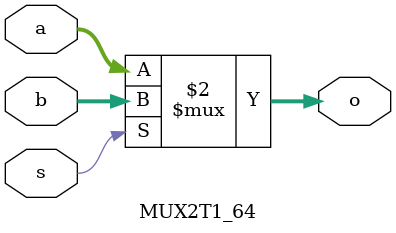
<source format=v>
`timescale 1ns / 1ps
module MUX2T1_64(s, a, b, o);

input  s;
input  [63:0] a;
input  [63:0] b;
output [63:0] o;

assign o = (s == 1'b0) ? a : b;

endmodule

</source>
